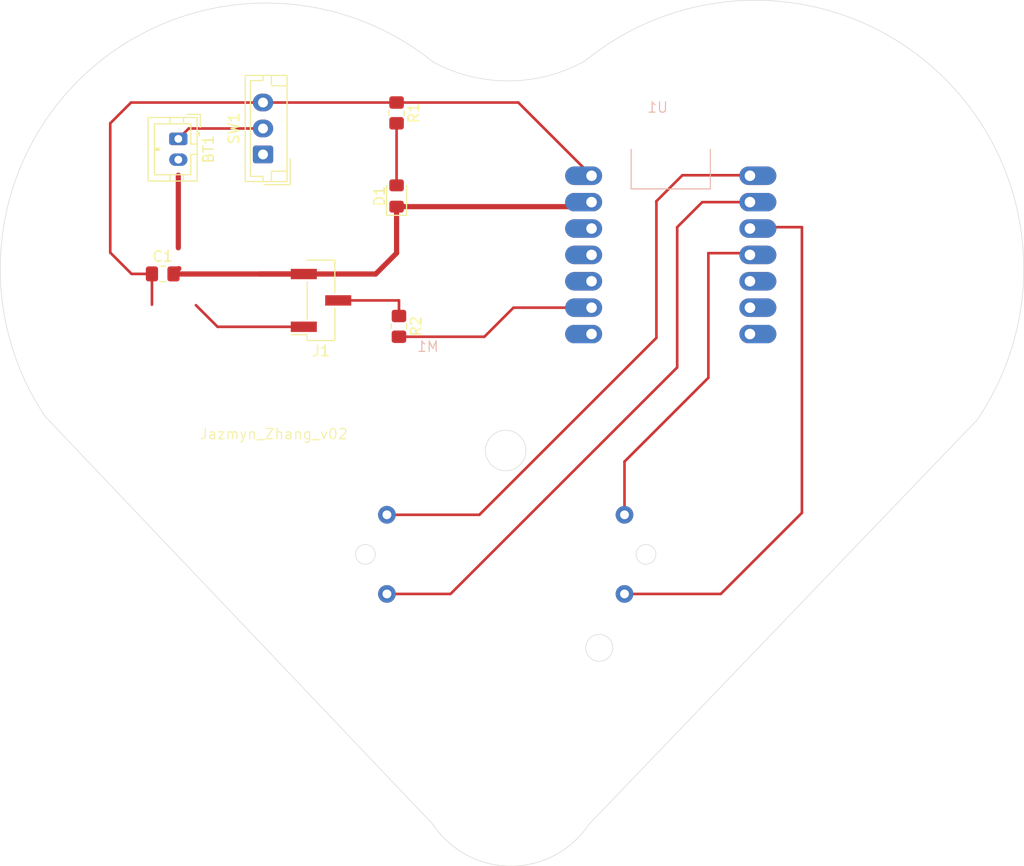
<source format=kicad_pcb>
(kicad_pcb (version 20240108) (generator "pcbnew") (generator_version "8.0")
  (layers (0 "F.Cu" signal) (31 "B.Cu" signal) (34 "B.Paste" user) (35 "F.Paste" user) (36 "B.SilkS" user "B.Silkscreen") (37 "F.SilkS" user "F.Silkscreen") (38 "B.Mask" user) (39 "F.Mask" user) (44 "Edge.Cuts" user))
  (net 0 "")
  (net 1 "GND")
  (net 2 "Net-(BT1-+)")
  (net 3 "Net-(J1-Pin_2)")
  (net 4 "Net-(D1-A)")
  (net 5 "Net-(J1-Pin_1)")
  (net 6 "Net-(U1-GPIO1_A0_D0)")
  (net 7 "Net-(M1--)")
  (net 8 "Net-(U1-GPIO3_A2_D2)")
  (net 9 "Net-(U1-GPIO4_A3_D3)")
  (net 10 "Net-(U1-GPIO7_A8_D8_SCK)")
  (footprint "LED_SMD:LED_0805_2012Metric_Pad1.15x1.40mm_HandSolder" (layer "F.Cu") (at 120.5 73 90)
    (property "Reference" "D1" (at 0 -1.65 90) (layer "F.SilkS"))
    (property "Value" "LED")
    (fp_line (start 1 -0.96) (end -1.86 -0.96) (stroke (width 0.12)) (layer "F.SilkS"))
    (fp_line (start -1.86 -0.96) (end -1.86 0.96) (stroke (width 0.12)) (layer "F.SilkS"))
    (fp_line (start -1.86 0.96) (end 1 0.96) (stroke (width 0.12)) (layer "F.SilkS"))
    (pad "1" smd roundrect (at -1.025 0 90) (size 1.15 1.4) (layers "F.Cu" "F.Paste" "F.Mask") (roundrect_rratio 0.217391) (net 1 "GND"))
    (pad "2" smd roundrect (at 1.025 0 90) (size 1.15 1.4) (layers "F.Cu" "F.Paste" "F.Mask") (roundrect_rratio 0.217391) (net 4 "Net-(D1-A)"))
  )
  (footprint "Capacitor_SMD:C_0805_2012Metric_Pad1.18x1.45mm_HandSolder" (layer "F.Cu") (at 98 80.5)
    (property "Reference" "C1" (at 0 -1.68 0) (layer "F.SilkS"))
    (property "Value" "C")
    (fp_line (start -0.261252 -0.735) (end 0.261252 -0.735) (stroke (width 0.12)) (layer "F.SilkS"))
    (fp_line (start -0.261252 0.735) (end 0.261252 0.735) (stroke (width 0.12)) (layer "F.SilkS"))
    (pad "1" smd roundrect (at -1.0375 0) (size 1.175 1.45) (layers "F.Cu" "F.Paste" "F.Mask") (roundrect_rratio 0.212766) (net 5 "Net-(J1-Pin_1)"))
    (pad "2" smd roundrect (at 1.0375 0) (size 1.175 1.45) (layers "F.Cu" "F.Paste" "F.Mask") (roundrect_rratio 0.212766) (net 1 "GND"))
  )
  (footprint "Resistor_SMD:R_0805_2012Metric_Pad1.20x1.40mm_HandSolder" (layer "F.Cu") (at 120.5 65 -90)
    (property "Reference" "R1" (at 0 -1.65 90) (layer "F.SilkS"))
    (property "Value" "R")
    (fp_line (start -0.227064 0.735) (end 0.227064 0.735) (stroke (width 0.12)) (layer "F.SilkS"))
    (fp_line (start -0.227064 -0.735) (end 0.227064 -0.735) (stroke (width 0.12)) (layer "F.SilkS"))
    (pad "1" smd roundrect (at -1 0 270) (size 1.2 1.4) (layers "F.Cu" "F.Paste" "F.Mask") (roundrect_rratio 0.208333) (net 5 "Net-(J1-Pin_1)"))
    (pad "2" smd roundrect (at 1 0 270) (size 1.2 1.4) (layers "F.Cu" "F.Paste" "F.Mask") (roundrect_rratio 0.208333) (net 4 "Net-(D1-A)"))
  )
  (footprint "Connector_JST:JST_EH_B3B-EH-A_1x03_P2.50mm_Vertical" (layer "F.Cu") (at 107.65 69 90)
    (property "Reference" "SW1" (at 2.5 -2.8 90) (layer "F.SilkS"))
    (property "Value" "SW_SPDT")
    (fp_line (start 7.61 -1.71) (end -2.61 -1.71) (stroke (width 0.12)) (layer "F.SilkS"))
    (fp_line (start -2.61 -1.71) (end -2.61 2.31) (stroke (width 0.12)) (layer "F.SilkS"))
    (fp_line (start 7.11 -1.21) (end 7.11 0) (stroke (width 0.12)) (layer "F.SilkS"))
    (fp_line (start -2.11 -1.21) (end 7.11 -1.21) (stroke (width 0.12)) (layer "F.SilkS"))
    (fp_line (start 7.11 0) (end 7.61 0) (stroke (width 0.12)) (layer "F.SilkS"))
    (fp_line (start -2.11 0) (end -2.11 -1.21) (stroke (width 0.12)) (layer "F.SilkS"))
    (fp_line (start -2.61 0) (end -2.11 0) (stroke (width 0.12)) (layer "F.SilkS"))
    (fp_line (start -2.91 0.11) (end -2.91 2.61) (stroke (width 0.12)) (layer "F.SilkS"))
    (fp_line (start 7.61 0.81) (end 6.61 0.81) (stroke (width 0.12)) (layer "F.SilkS"))
    (fp_line (start 6.61 0.81) (end 6.61 2.31) (stroke (width 0.12)) (layer "F.SilkS"))
    (fp_line (start -1.61 0.81) (end -1.61 2.31) (stroke (width 0.12)) (layer "F.SilkS"))
    (fp_line (start -2.61 0.81) (end -1.61 0.81) (stroke (width 0.12)) (layer "F.SilkS"))
    (fp_line (start 7.61 2.31) (end 7.61 -1.71) (stroke (width 0.12)) (layer "F.SilkS"))
    (fp_line (start -2.61 2.31) (end 7.61 2.31) (stroke (width 0.12)) (layer "F.SilkS"))
    (fp_line (start -2.91 2.61) (end -0.41 2.61) (stroke (width 0.12)) (layer "F.SilkS"))
    (pad "1" thru_hole roundrect (at 0 0 90) (size 1.7 1.95) (drill 0.95) (layers "*.Cu" "*.Mask") (roundrect_rratio 0.147059))
    (pad "2" thru_hole oval (at 2.5 0 90) (size 1.7 1.95) (drill 0.95) (layers "*.Cu" "*.Mask") (net 2 "Net-(BT1-+)"))
    (pad "3" thru_hole oval (at 5 0 90) (size 1.7 1.95) (drill 0.95) (layers "*.Cu" "*.Mask") (net 5 "Net-(J1-Pin_1)"))
  )
  (footprint "Connector_PinHeader_2.54mm:PinHeader_1x03_P2.54mm_Vertical_SMD_Pin1Right" (layer "F.Cu") (at 113.23 83.05 180)
    (property "Reference" "J1" (at 0 -4.87 0) (layer "F.SilkS"))
    (property "Value" "Conn_01x03_Pin" (hide yes))
    (fp_line (start 1.33 -1.78) (end 1.33 1.78) (stroke (width 0.12)) (layer "F.SilkS"))
    (fp_line (start 1.33 -3.3) (end 2.85 -3.3) (stroke (width 0.12)) (layer "F.SilkS"))
    (fp_line (start 1.33 -3.87) (end 1.33 -3.3) (stroke (width 0.12)) (layer "F.SilkS"))
    (fp_line (start -1.33 3.87) (end 1.33 3.87) (stroke (width 0.12)) (layer "F.SilkS"))
    (fp_line (start -1.33 3.3) (end -1.33 3.87) (stroke (width 0.12)) (layer "F.SilkS"))
    (fp_line (start -1.33 0.76) (end -1.33 3.87) (stroke (width 0.12)) (layer "F.SilkS"))
    (fp_line (start -1.33 -3.87) (end 1.33 -3.87) (stroke (width 0.12)) (layer "F.SilkS"))
    (fp_line (start -1.33 -3.87) (end -1.33 -0.76) (stroke (width 0.12)) (layer "F.SilkS"))
    (pad "1" smd rect (at 1.655 -2.54 180) (size 2.51 1) (layers "F.Cu" "F.Paste" "F.Mask") (net 5 "Net-(J1-Pin_1)"))
    (pad "2" smd rect (at -1.655 0 180) (size 2.51 1) (layers "F.Cu" "F.Paste" "F.Mask") (net 3 "Net-(J1-Pin_2)"))
    (pad "3" smd rect (at 1.655 2.54 180) (size 2.51 1) (layers "F.Cu" "F.Paste" "F.Mask") (net 1 "GND"))
  )
  (footprint "Connector_JST:JST_PH_B2B-PH-K_1x02_P2.00mm_Vertical" (layer "F.Cu") (at 99.5 67.5 -90)
    (property "Reference" "BT1" (at 1 -2.9 90) (layer "F.SilkS"))
    (property "Value" "Battery")
    (fp_line (start -2.06 2.91) (end 4.06 2.91) (stroke (width 0.12)) (layer "F.SilkS"))
    (fp_line (start 4.06 2.91) (end 4.06 -1.81) (stroke (width 0.12)) (layer "F.SilkS"))
    (fp_line (start -1.45 2.3) (end 3.45 2.3) (stroke (width 0.12)) (layer "F.SilkS"))
    (fp_line (start 0.9 2.3) (end 0.9 1.8) (stroke (width 0.12)) (layer "F.SilkS"))
    (fp_line (start 1 2.3) (end 1 1.8) (stroke (width 0.12)) (layer "F.SilkS"))
    (fp_line (start 3.45 2.3) (end 3.45 -1.2) (stroke (width 0.12)) (layer "F.SilkS"))
    (fp_line (start 0.9 1.8) (end 1.1 1.8) (stroke (width 0.12)) (layer "F.SilkS"))
    (fp_line (start 1.1 1.8) (end 1.1 2.3) (stroke (width 0.12)) (layer "F.SilkS"))
    (fp_line (start -2.06 0.8) (end -1.45 0.8) (stroke (width 0.12)) (layer "F.SilkS"))
    (fp_line (start 4.06 0.8) (end 3.45 0.8) (stroke (width 0.12)) (layer "F.SilkS"))
    (fp_line (start -2.06 -0.5) (end -1.45 -0.5) (stroke (width 0.12)) (layer "F.SilkS"))
    (fp_line (start 4.06 -0.5) (end 3.45 -0.5) (stroke (width 0.12)) (layer "F.SilkS"))
    (fp_line (start -1.45 -1.2) (end -1.45 2.3) (stroke (width 0.12)) (layer "F.SilkS"))
    (fp_line (start 0.5 -1.2) (end -1.45 -1.2) (stroke (width 0.12)) (layer "F.SilkS"))
    (fp_line (start 1.5 -1.2) (end 1.5 -1.81) (stroke (width 0.12)) (layer "F.SilkS"))
    (fp_line (start 3.45 -1.2) (end 1.5 -1.2) (stroke (width 0.12)) (layer "F.SilkS"))
    (fp_line (start -2.06 -1.81) (end -2.06 2.91) (stroke (width 0.12)) (layer "F.SilkS"))
    (fp_line (start -0.3 -1.81) (end -0.3 -2.01) (stroke (width 0.12)) (layer "F.SilkS"))
    (fp_line (start 0.5 -1.81) (end 0.5 -1.2) (stroke (width 0.12)) (layer "F.SilkS"))
    (fp_line (start 4.06 -1.81) (end -2.06 -1.81) (stroke (width 0.12)) (layer "F.SilkS"))
    (fp_line (start -0.3 -1.91) (end -0.6 -1.91) (stroke (width 0.12)) (layer "F.SilkS"))
    (fp_line (start -0.6 -2.01) (end -0.6 -1.81) (stroke (width 0.12)) (layer "F.SilkS"))
    (fp_line (start -0.3 -2.01) (end -0.6 -2.01) (stroke (width 0.12)) (layer "F.SilkS"))
    (fp_line (start -2.36 -2.11) (end -2.36 -0.86) (stroke (width 0.12)) (layer "F.SilkS"))
    (fp_line (start -1.11 -2.11) (end -2.36 -2.11) (stroke (width 0.12)) (layer "F.SilkS"))
    (pad "1" thru_hole roundrect (at 0 0 270) (size 1.2 1.75) (drill 0.75) (layers "*.Cu" "*.Mask") (roundrect_rratio 0.208333) (net 2 "Net-(BT1-+)"))
    (pad "2" thru_hole oval (at 2 0 270) (size 1.2 1.75) (drill 0.75) (layers "*.Cu" "*.Mask") (net 1 "GND"))
  )
  (footprint "Resistor_SMD:R_0805_2012Metric_Pad1.20x1.40mm_HandSolder" (layer "F.Cu") (at 120.73 85.55 -90)
    (property "Reference" "R2" (at 0 -1.65 90) (layer "F.SilkS"))
    (property "Value" "R=330ohm")
    (fp_line (start -0.227064 0.735) (end 0.227064 0.735) (stroke (width 0.12)) (layer "F.SilkS"))
    (fp_line (start -0.227064 -0.735) (end 0.227064 -0.735) (stroke (width 0.12)) (layer "F.SilkS"))
    (pad "1" smd roundrect (at -1 0 270) (size 1.2 1.4) (layers "F.Cu" "F.Paste" "F.Mask") (roundrect_rratio 0.208333) (net 3 "Net-(J1-Pin_2)"))
    (pad "2" smd roundrect (at 1 0 270) (size 1.2 1.4) (layers "F.Cu" "F.Paste" "F.Mask") (roundrect_rratio 0.208333) (net 10 "Net-(U1-GPIO7_A8_D8_SCK)"))
  )
  (footprint "demo_xiao:XIAO_ESP32_SENSE" (layer "B.Cu") (at 146.88 78.67 180)
    (property "Reference" "U1" (at 1.27 14.2 0) (layer "B.SilkS") (effects (font (thickness 0.1)) (justify mirror)))
    (property "Value" "~")
    (fp_line (start 3.81 10.16) (end 3.81 6.35) (stroke (width 0.1)) (layer "B.SilkS"))
    (fp_line (start 3.81 6.35) (end -3.81 6.35) (stroke (width 0.1)) (layer "B.SilkS"))
    (fp_line (start -3.81 6.35) (end -3.81 10.16) (stroke (width 0.1)) (layer "B.SilkS"))
    (pad "1" thru_hole oval (at -7.62 7.62 180) (size 3.556 1.778) (drill 1.016 (offset -0.762 0)) (layers "*.Cu" "*.Mask") (net 6 "Net-(U1-GPIO1_A0_D0)"))
    (pad "2" thru_hole oval (at -7.62 5.08 180) (size 3.556 1.778) (drill 1.016 (offset -0.762 0)) (layers "*.Cu" "*.Mask") (net 7 "Net-(M1--)"))
    (pad "3" thru_hole oval (at -7.62 2.54 180) (size 3.556 1.778) (drill 1.016 (offset -0.762 0)) (layers "*.Cu" "*.Mask") (net 8 "Net-(U1-GPIO3_A2_D2)"))
    (pad "4" thru_hole oval (at -7.62 0 180) (size 3.556 1.778) (drill 1.016 (offset -0.762 0)) (layers "*.Cu" "*.Mask") (net 9 "Net-(U1-GPIO4_A3_D3)"))
    (pad "5" thru_hole oval (at -7.62 -2.54 180) (size 3.556 1.778) (drill 1.016 (offset -0.762 0)) (layers "*.Cu" "*.Mask"))
    (pad "6" thru_hole oval (at -7.62 -5.08 180) (size 3.556 1.778) (drill 1.016 (offset -0.762 0)) (layers "*.Cu" "*.Mask"))
    (pad "7" thru_hole oval (at -7.62 -7.62 180) (size 3.556 1.778) (drill 1.016 (offset -0.762 0)) (layers "*.Cu" "*.Mask"))
    (pad "8" thru_hole oval (at 7.62 7.62 180) (size 3.556 1.778) (drill 1.016 (offset 0.762 0)) (layers "*.Cu" "*.Mask") (net 5 "Net-(J1-Pin_1)"))
    (pad "9" thru_hole oval (at 7.62 5.08 180) (size 3.556 1.778) (drill 1.016 (offset 0.762 0)) (layers "*.Cu" "*.Mask") (net 1 "GND"))
    (pad "10" thru_hole oval (at 7.62 2.54 180) (size 3.556 1.778) (drill 1.016 (offset 0.762 0)) (layers "*.Cu" "*.Mask"))
    (pad "11" thru_hole oval (at 7.62 0 180) (size 3.556 1.778) (drill 1.016 (offset 0.762 0)) (layers "*.Cu" "*.Mask"))
    (pad "12" thru_hole oval (at 7.62 -2.54 180) (size 3.556 1.778) (drill 1.016 (offset 0.762 0)) (layers "*.Cu" "*.Mask"))
    (pad "13" thru_hole oval (at 7.62 -5.08 180) (size 3.556 1.778) (drill 1.016 (offset 0.762 0)) (layers "*.Cu" "*.Mask") (net 10 "Net-(U1-GPIO7_A8_D8_SCK)"))
    (pad "14" thru_hole oval (at 7.62 -7.62 180) (size 3.556 1.778) (drill 1.016 (offset 0.762 0)) (layers "*.Cu" "*.Mask"))
  )
  (footprint "demo_motor:x27_stepper" (layer "B.Cu") (at 128.46 117.66 180)
    (property "Reference" "M1" (at 4.96 30.16 0) (layer "B.SilkS") (effects (font (thickness 0.1)) (justify mirror)))
    (property "Value" "Stepper_Motor_bipolar")
    (fp_circle (center 10.96 10.16) (end 11.91 10.16) (stroke (width 0.05)) (fill none) (layer "Edge.Cuts"))
    (fp_circle (center -2.54 20.16) (end -0.59 20.16) (stroke (width 0.05)) (fill none) (layer "Edge.Cuts"))
    (fp_circle (center -11.54 1.16) (end -10.24 1.16) (stroke (width 0.05)) (fill none) (layer "Edge.Cuts"))
    (fp_circle (center -16.04 10.16) (end -15.09 10.16) (stroke (width 0.05)) (fill none) (layer "Edge.Cuts"))
    (pad "1" thru_hole circle (at 8.89 13.97 180) (size 1.7 1.7) (drill 0.85) (layers "*.Cu" "*.Mask") (net 6 "Net-(U1-GPIO1_A0_D0)"))
    (pad "2" thru_hole circle (at 8.89 6.35 180) (size 1.7 1.7) (drill 0.85) (layers "*.Cu" "*.Mask") (net 7 "Net-(M1--)"))
    (pad "3" thru_hole circle (at -13.97 6.35 180) (size 1.7 1.7) (drill 0.85) (layers "*.Cu" "*.Mask") (net 8 "Net-(U1-GPIO3_A2_D2)"))
    (pad "4" thru_hole circle (at -13.97 13.97 180) (size 1.7 1.7) (drill 0.85) (layers "*.Cu" "*.Mask") (net 9 "Net-(U1-GPIO4_A3_D3)"))
  )
  (gr_arc (start 138.650226 59.983543) (mid 172.471605 60.954878) (end 176.348684 94.567338) (stroke (width 0.05)) (layer "Edge.Cuts"))
  (gr_arc (start 86.68438 94.219995) (mid 90.681985 61.126378) (end 124 60.088002) (stroke (width 0.05)) (layer "Edge.Cuts"))
  (gr_arc (start 139 133.5) (mid 131.5 137.513878) (end 124 133.5) (stroke (width 0.05)) (layer "Edge.Cuts"))
  (gr_line (start 86.68438 94.219995) (end 124 133.5) (stroke (width 0.05)) (layer "Edge.Cuts"))
  (gr_arc (start 138.650226 59.983543) (mid 131.338543 61.919371) (end 124 60.088002) (stroke (width 0.05)) (layer "Edge.Cuts"))
  (gr_line (start 176.348684 94.567338) (end 139 133.5) (stroke (width 0.05)) (layer "Edge.Cuts"))
  (gr_text "Jazmyn_Zhang_v02" (at 101.5 96.5 0) (layer "F.SilkS") (effects (font (size 1 1) (thickness 0.1)) (justify left bottom)))
  (segment (start 99.0475 80.51) (end 111.575 80.51) (width 0.5) (layer "F.Cu") (net 1))
  (segment (start 118.49 80.51) (end 111.575 80.51) (width 0.5) (layer "F.Cu") (net 1))
  (segment (start 120.5 78.5) (end 118.49 80.51) (width 0.5) (layer "F.Cu") (net 1))
  (segment (start 99.0375 80.5) (end 99.0475 80.51) (width 0.5) (layer "F.Cu") (net 1))
  (segment (start 139.26 73.59) (end 138.825 74.025) (width 0.5) (layer "F.Cu") (net 1))
  (segment (start 111.535 80.55) (end 111.575 80.51) (width 0.5) (layer "F.Cu") (net 1))
  (segment (start 99.5 71) (end 99.5 77.9875) (width 0.5) (layer "F.Cu") (net 1))
  (segment (start 120.5 74.025) (end 120.5 78.5) (width 0.5) (layer "F.Cu") (net 1))
  (segment (start 111.575 80.51) (end 111.565 80.5) (width 0.5) (layer "F.Cu") (net 1))
  (segment (start 138.825 74.025) (end 120.5 74.025) (width 0.5) (layer "F.Cu") (net 1))
  (segment (start 99.55 79.9875) (end 99.0375 80.5) (width 0.5) (layer "F.Cu") (net 1))
  (segment (start 111.565 80.5) (end 107.305 80.5) (width 0.5) (layer "F.Cu") (net 1))
  (segment (start 100.5 66.5) (end 99.5 67.5) (width 0.254) (layer "F.Cu") (net 2))
  (segment (start 107.65 66.5) (end 100.5 66.5) (width 0.254) (layer "F.Cu") (net 2))
  (segment (start 114.885 83.05) (end 120.73 83.05) (width 0.254) (layer "F.Cu") (net 3))
  (segment (start 120.73 83.05) (end 120.73 84.55) (width 0.254) (layer "F.Cu") (net 3))
  (segment (start 120.5 66) (end 120.5 71.45) (width 0.254) (layer "F.Cu") (net 4))
  (segment (start 120.5 64) (end 107.65 64) (width 0.254) (layer "F.Cu") (net 5))
  (segment (start 101.1925 83.5125) (end 103.27 85.59) (width 0.254) (layer "F.Cu") (net 5))
  (segment (start 132.21 64) (end 139.26 71.05) (width 0.254) (layer "F.Cu") (net 5))
  (segment (start 92.95 66) (end 92.95 78.45) (width 0.254) (layer "F.Cu") (net 5))
  (segment (start 95 80.5) (end 96.9625 80.5) (width 0.254) (layer "F.Cu") (net 5))
  (segment (start 92.95 78.45) (end 93 78.5) (width 0.254) (layer "F.Cu") (net 5))
  (segment (start 103.27 85.59) (end 111.575 85.59) (width 0.254) (layer "F.Cu") (net 5))
  (segment (start 107.65 64) (end 94.95 64) (width 0.254) (layer "F.Cu") (net 5))
  (segment (start 94.95 64) (end 92.95 66) (width 0.254) (layer "F.Cu") (net 5))
  (segment (start 93 78.5) (end 95 80.5) (width 0.254) (layer "F.Cu") (net 5))
  (segment (start 96.9625 80.5) (end 96.9625 83.4625) (width 0.254) (layer "F.Cu") (net 5))
  (segment (start 120.5 64) (end 132.21 64) (width 0.254) (layer "F.Cu") (net 5))
  (segment (start 145.5 73.5) (end 145.5 86.657304) (width 0.254) (layer "F.Cu") (net 6))
  (segment (start 154.45 71) (end 148 71) (width 0.254) (layer "F.Cu") (net 6))
  (segment (start 145.5 86.657304) (end 128.467304 103.69) (width 0.254) (layer "F.Cu") (net 6))
  (segment (start 154.5 71.05) (end 154.45 71) (width 0.254) (layer "F.Cu") (net 6))
  (segment (start 148 71) (end 145.5 73.5) (width 0.254) (layer "F.Cu") (net 6))
  (segment (start 128.467304 103.69) (end 119.57 103.69) (width 0.254) (layer "F.Cu") (net 6))
  (segment (start 147.5 89.5) (end 125.69 111.31) (width 0.254) (layer "F.Cu") (net 7))
  (segment (start 149.91 73.59) (end 147.5 76) (width 0.254) (layer "F.Cu") (net 7))
  (segment (start 154.5 73.59) (end 149.91 73.59) (width 0.254) (layer "F.Cu") (net 7))
  (segment (start 147.5 76) (end 147.5 89.5) (width 0.254) (layer "F.Cu") (net 7))
  (segment (start 125.69 111.31) (end 119.57 111.31) (width 0.254) (layer "F.Cu") (net 7))
  (segment (start 154.63 76) (end 154.5 76.13) (width 0.254) (layer "F.Cu") (net 8))
  (segment (start 151.69 111.31) (end 159.5 103.5) (width 0.254) (layer "F.Cu") (net 8))
  (segment (start 159.5 76) (end 154.63 76) (width 0.254) (layer "F.Cu") (net 8))
  (segment (start 159.5 103.5) (end 159.5 76) (width 0.254) (layer "F.Cu") (net 8))
  (segment (start 142.43 111.31) (end 151.69 111.31) (width 0.254) (layer "F.Cu") (net 8))
  (segment (start 150.5 90.5) (end 150.5 78.5) (width 0.254) (layer "F.Cu") (net 9))
  (segment (start 142.43 103.69) (end 142.43 98.57) (width 0.254) (layer "F.Cu") (net 9))
  (segment (start 150.5 78.5) (end 154.33 78.5) (width 0.254) (layer "F.Cu") (net 9))
  (segment (start 154.33 78.5) (end 154.5 78.67) (width 0.254) (layer "F.Cu") (net 9))
  (segment (start 154.67 78.5) (end 154.5 78.67) (width 0.2) (layer "F.Cu") (net 9))
  (segment (start 142.43 98.57) (end 150.5 90.5) (width 0.254) (layer "F.Cu") (net 9))
  (segment (start 128.95 86.55) (end 131.75 83.75) (width 0.254) (layer "F.Cu") (net 10))
  (segment (start 120.73 86.55) (end 128.95 86.55) (width 0.254) (layer "F.Cu") (net 10))
  (segment (start 131.75 83.75) (end 139.26 83.75) (width 0.254) (layer "F.Cu") (net 10))
)
</source>
